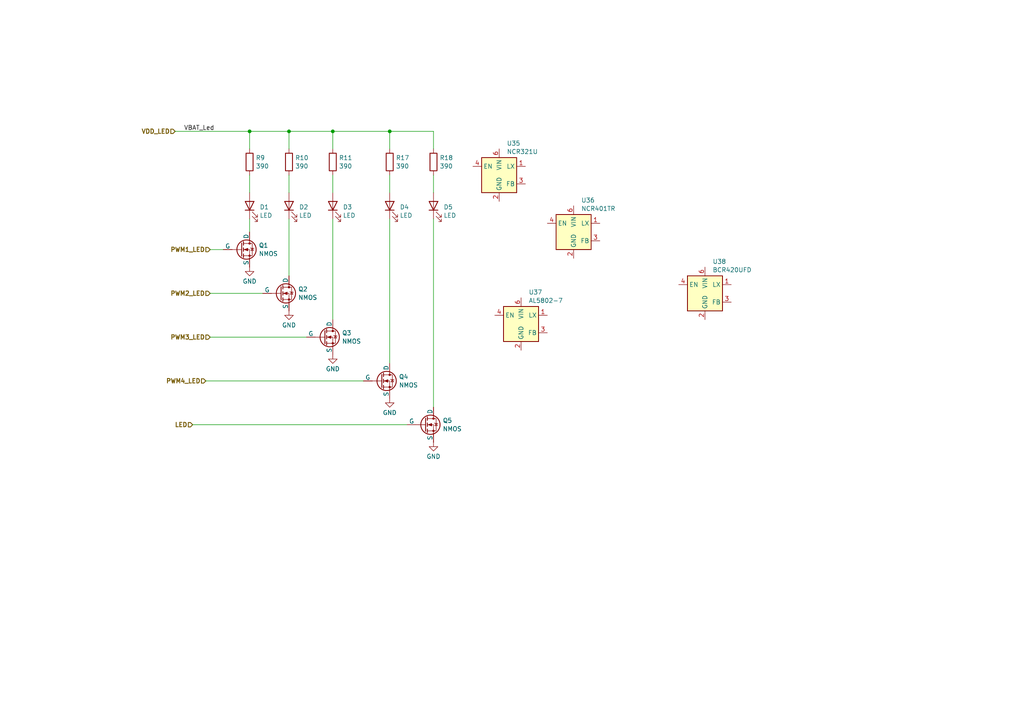
<source format=kicad_sch>
(kicad_sch (version 20230121) (generator eeschema)
  (paper "A4")
  (lib_symbols
    (symbol "Device:LED" (pin_numbers hide) (pin_names (offset 1.016) hide)
      (property "Reference" "D" (at 0 2.54 0))
      (property "Value" "LED" (at 0 -2.54 0))
      (symbol "LED_0_1"
        (polyline (pts (xy -1.27 -1.27) (xy -1.27 1.27)) (stroke (width 0.254)))
        (polyline (pts (xy -1.27 0) (xy 1.27 0)))
        (polyline (pts (xy 1.27 -1.27) (xy 1.27 1.27) (xy -1.27 0) (xy 1.27 -1.27)) (stroke (width 0.254)))
        (polyline (pts (xy -3.048 -0.762) (xy -4.572 -2.286) (xy -3.81 -2.286) (xy -4.572 -2.286) (xy -4.572 -1.524)))
        (polyline (pts (xy -1.778 -0.762) (xy -3.302 -2.286) (xy -2.54 -2.286) (xy -3.302 -2.286) (xy -3.302 -1.524)))
      )
      (symbol "LED_1_1"
        (pin passive line (at -3.81 0 0) (length 2.54) (name "K") (number "1"))
        (pin passive line (at 3.81 0 180) (length 2.54) (name "A") (number "2"))
      )
    )
    (symbol "Device:R" (pin_numbers hide) (pin_names (offset 0))
      (property "Reference" "R" (at 2.032 0 90))
      (property "Value" "R" (at 0 0 90))
      (symbol "R_0_1"
        (rectangle (start -1.016 -2.54) (end 1.016 2.54) (stroke (width 0.254)))
      )
      (symbol "R_1_1"
        (pin passive line (at 0 3.81 270) (length 1.27) (name "~") (number "1"))
        (pin passive line (at 0 -3.81 90) (length 1.27) (name "~") (number "2"))
      )
    )
    (symbol "Driver_LED:DIO5661ST6"
      (property "Reference" "U" (at 2.54 10.16 0))
      (property "Value" "DIO5661ST6" (at 7.62 7.62 0))
      (symbol "DIO5661ST6_0_1"
        (rectangle (start 5.08 -5.08) (end -5.08 5.08) (stroke (width 0.254)) (fill (type background)))
      )
      (symbol "DIO5661ST6_1_1"
        (pin open_collector line (at 7.62 2.54 180) (length 2.54) (name "LX") (number "1"))
        (pin power_in line (at 0 -7.62 90) (length 2.54) (name "GND") (number "2"))
        (pin input line (at 7.62 -2.54 180) (length 2.54) (name "FB") (number "3"))
        (pin input line (at -7.62 2.54 0) (length 2.54) (name "EN") (number "4"))
        (pin no_connect line (at -5.08 -2.54 0) (length 2.54) hide (name "~") (number "5"))
        (pin power_in line (at 0 7.62 270) (length 2.54) (name "VIN") (number "6"))
      )
    )
    (symbol "Simulation_SPICE:NMOS" (pin_numbers hide) (pin_names (offset 0))
      (property "Reference" "Q" (at 5.08 1.27 0))
      (property "Value" "NMOS" (at 5.08 -1.27 0))
      (symbol "NMOS_0_1"
        (polyline (pts (xy 0.254 0) (xy -2.54 0)))
        (polyline (pts (xy 0.254 1.905) (xy 0.254 -1.905)) (stroke (width 0.254)))
        (polyline (pts (xy 0.762 -1.27) (xy 0.762 -2.286)) (stroke (width 0.254)))
        (polyline (pts (xy 0.762 0.508) (xy 0.762 -0.508)) (stroke (width 0.254)))
        (polyline (pts (xy 0.762 2.286) (xy 0.762 1.27)) (stroke (width 0.254)))
        (polyline (pts (xy 2.54 2.54) (xy 2.54 1.778)))
        (polyline (pts (xy 2.54 -2.54) (xy 2.54 0) (xy 0.762 0)))
        (polyline (pts (xy 0.762 -1.778) (xy 3.302 -1.778) (xy 3.302 1.778) (xy 0.762 1.778)))
        (polyline (pts (xy 1.016 0) (xy 2.032 0.381) (xy 2.032 -0.381) (xy 1.016 0)) (fill (type outline)))
        (polyline (pts (xy 2.794 0.508) (xy 2.921 0.381) (xy 3.683 0.381) (xy 3.81 0.254)))
        (polyline (pts (xy 3.302 0.381) (xy 2.921 -0.254) (xy 3.683 -0.254) (xy 3.302 0.381)))
        (circle (center 1.651 0) (radius 2.794) (stroke (width 0.254)))
        (circle (center 2.54 -1.778) (radius 0.254) (fill (type outline)))
        (circle (center 2.54 1.778) (radius 0.254) (fill (type outline)))
      )
      (symbol "NMOS_1_1"
        (pin passive line (at 2.54 5.08 270) (length 2.54) (name "D") (number "1"))
        (pin input line (at -5.08 0 0) (length 2.54) (name "G") (number "2"))
        (pin passive line (at 2.54 -5.08 90) (length 2.54) (name "S") (number "3"))
      )
    )
    (symbol "power:GND" (power) (pin_names (offset 0))
      (property "Value" "GND" (at 0 -3.81 0))
      (symbol "GND_0_1"
        (polyline (pts (xy 0 0) (xy 0 -1.27) (xy 1.27 -1.27) (xy 0 -2.54) (xy -1.27 -1.27) (xy 0 -1.27)))
      )
      (symbol "GND_1_1"
        (pin power_in line (at 0 0 270) (length 0) hide (name "GND") (number "1"))
      )
    )
  )
  (junction (at 96.52 38.1))
  (junction (at 113.03 38.1))
  (junction (at 72.39 38.1))
  (junction (at 83.82 38.1))
  (wire (pts (xy 96.52 63.5) (xy 96.52 92.71)))
  (wire (pts (xy 59.69 110.49) (xy 105.41 110.49)))
  (wire (pts (xy 72.39 50.8) (xy 72.39 55.88)))
  (wire (pts (xy 113.03 63.5) (xy 113.03 105.41)))
  (wire (pts (xy 125.73 63.5) (xy 125.73 118.11)))
  (wire (pts (xy 113.03 38.1) (xy 125.73 38.1)))
  (wire (pts (xy 55.88 123.19) (xy 118.11 123.19)))
  (wire (pts (xy 96.52 50.8) (xy 96.52 55.88)))
  (wire (pts (xy 96.52 38.1) (xy 96.52 43.18)))
  (wire (pts (xy 83.82 38.1) (xy 96.52 38.1)))
  (wire (pts (xy 96.52 38.1) (xy 113.03 38.1)))
  (wire (pts (xy 60.96 97.79) (xy 88.9 97.79)))
  (wire (pts (xy 113.03 50.8) (xy 113.03 55.88)))
  (wire (pts (xy 83.82 50.8) (xy 83.82 55.88)))
  (wire (pts (xy 125.73 50.8) (xy 125.73 55.88)))
  (wire (pts (xy 60.96 85.09) (xy 76.2 85.09)))
  (wire (pts (xy 72.39 38.1) (xy 72.39 43.18)))
  (wire (pts (xy 83.82 38.1) (xy 83.82 43.18)))
  (wire (pts (xy 125.73 38.1) (xy 125.73 43.18)))
  (wire (pts (xy 72.39 38.1) (xy 83.82 38.1)))
  (wire (pts (xy 113.03 38.1) (xy 113.03 43.18)))
  (wire (pts (xy 83.82 63.5) (xy 83.82 80.01)))
  (wire (pts (xy 60.96 72.39) (xy 64.77 72.39)))
  (wire (pts (xy 50.8 38.1) (xy 72.39 38.1)))
  (wire (pts (xy 72.39 63.5) (xy 72.39 67.31)))
  (label "VBAT_Led" (at 53.34 38.1 0))
  (hierarchical_label "LED" (shape input) (at 55.88 123.19 180) (effects (font (thickness 0.254) bold)))
  (hierarchical_label "VDD_LED" (shape input) (at 50.8 38.1 180) (effects (font bold)))
  (hierarchical_label "PWM2_LED" (shape input) (at 60.96 85.09 180) (effects (font bold)))
  (hierarchical_label "PWM1_LED" (shape input) (at 60.96 72.39 180) (effects (font bold)))
  (hierarchical_label "PWM4_LED" (shape input) (at 59.69 110.49 180) (effects (font (thickness 0.254) bold)))
  (hierarchical_label "PWM3_LED" (shape input) (at 60.96 97.79 180) (effects (font bold)))
  (symbol (lib_id "power:GND") (at 125.73 128.27 0) (unit 1)
    (property "Reference" "#PWR055" (effects hide))
    (property "Value" "GND" (at 125.73 132.4031 0))
  )
  (symbol (lib_id "power:GND") (at 96.52 102.87 0) (unit 1)
    (property "Reference" "#PWR017" (effects hide))
    (property "Value" "GND" (at 96.52 107.0031 0))
  )
  (symbol (lib_id "Simulation_SPICE:NMOS") (at 110.49 110.49 0) (unit 1)
    (property "Reference" "Q4" (at 115.697 109.2779 0) (effects (justify left)))
    (property "Value" "NMOS" (at 115.697 111.7021 0) (effects (justify left)))
    (property "Datasheet" "https://ngspice.sourceforge.io/docs/ngspice-html-manual/manual.xhtml#cha_MOSFETs" (effects hide))
    (property "Sim.Device" "NMOS" (effects hide))
    (property "Sim.Type" "VDMOS" (effects hide))
    (property "Sim.Pins" "1=D 2=G 3=S" (effects hide))
  )
  (symbol (lib_id "Device:R") (at 83.82 46.99 0) (unit 1)
    (property "Reference" "R10" (at 85.598 45.7779 0) (effects (justify left)))
    (property "Value" "390" (at 85.598 48.2021 0) (effects (justify left)))
    (property "Tolerance" "0.1%" (effects hide))
  )
  (symbol (lib_id "power:GND") (at 83.82 90.17 0) (unit 1)
    (property "Reference" "#PWR016" (effects hide))
    (property "Value" "GND" (at 83.82 94.3031 0))
  )
  (symbol (lib_id "Device:LED") (at 83.82 59.69 90) (unit 1)
    (property "Reference" "D2" (at 86.741 60.0654 90) (effects (justify right)))
    (property "Value" "LED" (at 86.741 62.4896 90) (effects (justify right)))
  )
  (symbol (lib_id "Driver_LED:DIO5661ST6") (at 144.78 50.8 0) (unit 1)
    (property "Reference" "U35" (at 146.9741 41.5757 0) (effects (justify left)))
    (property "Value" "NCR321U" (at 146.9741 43.9999 0) (effects (justify left)))
    (property "Footprint" "Package_TO_SOT_SMD:SOT-23-6" (effects hide))
    (property "Datasheet" "http://www.dioo.com/uploads/product/20190311/e6c7f30c0fbe92fbfa6965c8ef1c5b19.pdf" (effects hide))
  )
  (symbol (lib_id "Device:R") (at 125.73 46.99 0) (unit 1)
    (property "Reference" "R18" (at 127.508 45.7779 0) (effects (justify left)))
    (property "Value" "390" (at 127.508 48.2021 0) (effects (justify left)))
    (property "Tolerance" "0.1%" (effects hide))
  )
  (symbol (lib_id "power:GND") (at 72.39 77.47 0) (unit 1)
    (property "Reference" "#PWR015" (effects hide))
    (property "Value" "GND" (at 72.39 81.6031 0))
  )
  (symbol (lib_id "Simulation_SPICE:NMOS") (at 93.98 97.79 0) (unit 1)
    (property "Reference" "Q3" (at 99.187 96.5779 0) (effects (justify left)))
    (property "Value" "NMOS" (at 99.187 99.0021 0) (effects (justify left)))
    (property "Datasheet" "https://ngspice.sourceforge.io/docs/ngspice-html-manual/manual.xhtml#cha_MOSFETs" (effects hide))
    (property "Sim.Device" "NMOS" (effects hide))
    (property "Sim.Type" "VDMOS" (effects hide))
    (property "Sim.Pins" "1=D 2=G 3=S" (effects hide))
  )
  (symbol (lib_id "Device:R") (at 72.39 46.99 0) (unit 1)
    (property "Reference" "R9" (at 74.168 45.7779 0) (effects (justify left)))
    (property "Value" "390" (at 74.168 48.2021 0) (effects (justify left)))
    (property "Tolerance" "0.1%" (effects hide))
  )
  (symbol (lib_id "Driver_LED:DIO5661ST6") (at 166.37 67.31 0) (unit 1)
    (property "Reference" "U36" (at 168.5641 58.0857 0) (effects (justify left)))
    (property "Value" "NCR401TR" (at 168.5641 60.5099 0) (effects (justify left)))
    (property "Footprint" "Package_TO_SOT_SMD:SOT-23-6" (effects hide))
    (property "Datasheet" "http://www.dioo.com/uploads/product/20190311/e6c7f30c0fbe92fbfa6965c8ef1c5b19.pdf" (effects hide))
  )
  (symbol (lib_id "Device:R") (at 96.52 46.99 0) (unit 1)
    (property "Reference" "R11" (at 98.298 45.7779 0) (effects (justify left)))
    (property "Value" "390" (at 98.298 48.2021 0) (effects (justify left)))
    (property "Tolerance" "0.1%" (effects hide))
  )
  (symbol (lib_id "Simulation_SPICE:NMOS") (at 123.19 123.19 0) (unit 1)
    (property "Reference" "Q5" (at 128.397 121.9779 0) (effects (justify left)))
    (property "Value" "NMOS" (at 128.397 124.4021 0) (effects (justify left)))
    (property "Datasheet" "https://ngspice.sourceforge.io/docs/ngspice-html-manual/manual.xhtml#cha_MOSFETs" (effects hide))
    (property "Sim.Device" "NMOS" (effects hide))
    (property "Sim.Type" "VDMOS" (effects hide))
    (property "Sim.Pins" "1=D 2=G 3=S" (effects hide))
  )
  (symbol (lib_id "Device:LED") (at 96.52 59.69 90) (unit 1)
    (property "Reference" "D3" (at 99.441 60.0654 90) (effects (justify right)))
    (property "Value" "LED" (at 99.441 62.4896 90) (effects (justify right)))
  )
  (symbol (lib_id "Driver_LED:DIO5661ST6") (at 204.47 85.09 0) (unit 1)
    (property "Reference" "U38" (at 206.6641 75.8657 0) (effects (justify left)))
    (property "Value" "BCR420UFD" (at 206.6641 78.2899 0) (effects (justify left)))
    (property "Footprint" "Package_TO_SOT_SMD:SOT-23-6" (effects hide))
    (property "Datasheet" "http://www.dioo.com/uploads/product/20190311/e6c7f30c0fbe92fbfa6965c8ef1c5b19.pdf" (effects hide))
  )
  (symbol (lib_id "Device:LED") (at 113.03 59.69 90) (unit 1)
    (property "Reference" "D4" (at 115.951 60.0654 90) (effects (justify right)))
    (property "Value" "LED" (at 115.951 62.4896 90) (effects (justify right)))
  )
  (symbol (lib_id "Device:R") (at 113.03 46.99 0) (unit 1)
    (property "Reference" "R17" (at 114.808 45.7779 0) (effects (justify left)))
    (property "Value" "390" (at 114.808 48.2021 0) (effects (justify left)))
    (property "Tolerance" "0.1%" (effects hide))
  )
  (symbol (lib_id "Driver_LED:DIO5661ST6") (at 151.13 93.98 0) (unit 1)
    (property "Reference" "U37" (at 153.3241 84.7557 0) (effects (justify left)))
    (property "Value" "AL5802-7" (at 153.3241 87.1799 0) (effects (justify left)))
    (property "Footprint" "Package_TO_SOT_SMD:SOT-23-6" (effects hide))
    (property "Datasheet" "http://www.dioo.com/uploads/product/20190311/e6c7f30c0fbe92fbfa6965c8ef1c5b19.pdf" (effects hide))
  )
  (symbol (lib_id "Simulation_SPICE:NMOS") (at 69.85 72.39 0) (unit 1)
    (property "Reference" "Q1" (at 75.057 71.1779 0) (effects (justify left)))
    (property "Value" "NMOS" (at 75.057 73.6021 0) (effects (justify left)))
    (property "Datasheet" "https://ngspice.sourceforge.io/docs/ngspice-html-manual/manual.xhtml#cha_MOSFETs" (effects hide))
    (property "Sim.Device" "NMOS" (effects hide))
    (property "Sim.Type" "VDMOS" (effects hide))
    (property "Sim.Pins" "1=D 2=G 3=S" (effects hide))
  )
  (symbol (lib_id "power:GND") (at 113.03 115.57 0) (unit 1)
    (property "Reference" "#PWR054" (effects hide))
    (property "Value" "GND" (at 113.03 119.7031 0))
  )
  (symbol (lib_id "Simulation_SPICE:NMOS") (at 81.28 85.09 0) (unit 1)
    (property "Reference" "Q2" (at 86.487 83.8779 0) (effects (justify left)))
    (property "Value" "NMOS" (at 86.487 86.3021 0) (effects (justify left)))
    (property "Datasheet" "https://ngspice.sourceforge.io/docs/ngspice-html-manual/manual.xhtml#cha_MOSFETs" (effects hide))
    (property "Sim.Device" "NMOS" (effects hide))
    (property "Sim.Type" "VDMOS" (effects hide))
    (property "Sim.Pins" "1=D 2=G 3=S" (effects hide))
  )
  (symbol (lib_id "Device:LED") (at 72.39 59.69 90) (unit 1)
    (property "Reference" "D1" (at 75.311 60.0654 90) (effects (justify right)))
    (property "Value" "LED" (at 75.311 62.4896 90) (effects (justify right)))
  )
  (symbol (lib_id "Device:LED") (at 125.73 59.69 90) (unit 1)
    (property "Reference" "D5" (at 128.651 60.0654 90) (effects (justify right)))
    (property "Value" "LED" (at 128.651 62.4896 90) (effects (justify right)))
  )
)
</source>
